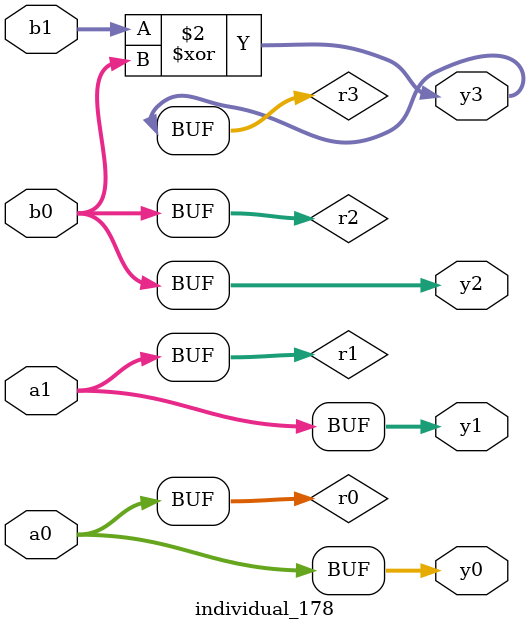
<source format=sv>
module individual_178(input logic [15:0] a1, input logic [15:0] a0, input logic [15:0] b1, input logic [15:0] b0, output logic [15:0] y3, output logic [15:0] y2, output logic [15:0] y1, output logic [15:0] y0);
logic [15:0] r0, r1, r2, r3; 
 always@(*) begin 
	 r0 = a0; r1 = a1; r2 = b0; r3 = b1; 
 	 r3  ^=  b0 ;
 	 y3 = r3; y2 = r2; y1 = r1; y0 = r0; 
end
endmodule
</source>
